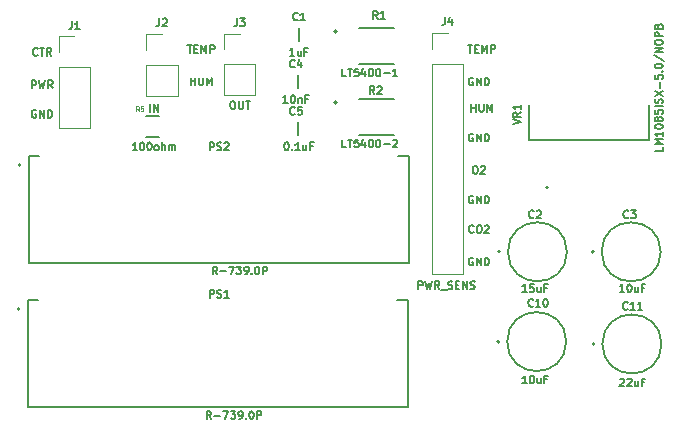
<source format=gbr>
%TF.GenerationSoftware,KiCad,Pcbnew,(6.0.5)*%
%TF.CreationDate,2023-06-19T01:06:53+02:00*%
%TF.ProjectId,PCB_Hoja,5043425f-486f-46a6-912e-6b696361645f,rev?*%
%TF.SameCoordinates,Original*%
%TF.FileFunction,Legend,Top*%
%TF.FilePolarity,Positive*%
%FSLAX46Y46*%
G04 Gerber Fmt 4.6, Leading zero omitted, Abs format (unit mm)*
G04 Created by KiCad (PCBNEW (6.0.5)) date 2023-06-19 01:06:53*
%MOMM*%
%LPD*%
G01*
G04 APERTURE LIST*
%ADD10C,0.150000*%
%ADD11C,0.098425*%
%ADD12C,0.200000*%
%ADD13C,0.127000*%
%ADD14C,0.120000*%
G04 APERTURE END LIST*
D10*
X129053571Y-78794047D02*
X128682142Y-78794047D01*
X128867857Y-78794047D02*
X128867857Y-78144047D01*
X128805952Y-78236904D01*
X128744047Y-78298809D01*
X128682142Y-78329761D01*
X129455952Y-78144047D02*
X129517857Y-78144047D01*
X129579761Y-78175000D01*
X129610714Y-78205952D01*
X129641666Y-78267857D01*
X129672619Y-78391666D01*
X129672619Y-78546428D01*
X129641666Y-78670238D01*
X129610714Y-78732142D01*
X129579761Y-78763095D01*
X129517857Y-78794047D01*
X129455952Y-78794047D01*
X129394047Y-78763095D01*
X129363095Y-78732142D01*
X129332142Y-78670238D01*
X129301190Y-78546428D01*
X129301190Y-78391666D01*
X129332142Y-78267857D01*
X129363095Y-78205952D01*
X129394047Y-78175000D01*
X129455952Y-78144047D01*
X129951190Y-78360714D02*
X129951190Y-78794047D01*
X129951190Y-78422619D02*
X129982142Y-78391666D01*
X130044047Y-78360714D01*
X130136904Y-78360714D01*
X130198809Y-78391666D01*
X130229761Y-78453571D01*
X130229761Y-78794047D01*
X130755952Y-78453571D02*
X130539285Y-78453571D01*
X130539285Y-78794047D02*
X130539285Y-78144047D01*
X130848809Y-78144047D01*
X120852380Y-77294047D02*
X120852380Y-76644047D01*
X120852380Y-76953571D02*
X121223809Y-76953571D01*
X121223809Y-77294047D02*
X121223809Y-76644047D01*
X121533333Y-76644047D02*
X121533333Y-77170238D01*
X121564285Y-77232142D01*
X121595238Y-77263095D01*
X121657142Y-77294047D01*
X121780952Y-77294047D01*
X121842857Y-77263095D01*
X121873809Y-77232142D01*
X121904761Y-77170238D01*
X121904761Y-76644047D01*
X122214285Y-77294047D02*
X122214285Y-76644047D01*
X122430952Y-77108333D01*
X122647619Y-76644047D01*
X122647619Y-77294047D01*
X157182142Y-102205952D02*
X157213095Y-102175000D01*
X157275000Y-102144047D01*
X157429761Y-102144047D01*
X157491666Y-102175000D01*
X157522619Y-102205952D01*
X157553571Y-102267857D01*
X157553571Y-102329761D01*
X157522619Y-102422619D01*
X157151190Y-102794047D01*
X157553571Y-102794047D01*
X157801190Y-102205952D02*
X157832142Y-102175000D01*
X157894047Y-102144047D01*
X158048809Y-102144047D01*
X158110714Y-102175000D01*
X158141666Y-102205952D01*
X158172619Y-102267857D01*
X158172619Y-102329761D01*
X158141666Y-102422619D01*
X157770238Y-102794047D01*
X158172619Y-102794047D01*
X158729761Y-102360714D02*
X158729761Y-102794047D01*
X158451190Y-102360714D02*
X158451190Y-102701190D01*
X158482142Y-102763095D01*
X158544047Y-102794047D01*
X158636904Y-102794047D01*
X158698809Y-102763095D01*
X158729761Y-102732142D01*
X159255952Y-102453571D02*
X159039285Y-102453571D01*
X159039285Y-102794047D02*
X159039285Y-102144047D01*
X159348809Y-102144047D01*
X116295238Y-82794047D02*
X115923809Y-82794047D01*
X116109523Y-82794047D02*
X116109523Y-82144047D01*
X116047619Y-82236904D01*
X115985714Y-82298809D01*
X115923809Y-82329761D01*
X116697619Y-82144047D02*
X116759523Y-82144047D01*
X116821428Y-82175000D01*
X116852380Y-82205952D01*
X116883333Y-82267857D01*
X116914285Y-82391666D01*
X116914285Y-82546428D01*
X116883333Y-82670238D01*
X116852380Y-82732142D01*
X116821428Y-82763095D01*
X116759523Y-82794047D01*
X116697619Y-82794047D01*
X116635714Y-82763095D01*
X116604761Y-82732142D01*
X116573809Y-82670238D01*
X116542857Y-82546428D01*
X116542857Y-82391666D01*
X116573809Y-82267857D01*
X116604761Y-82205952D01*
X116635714Y-82175000D01*
X116697619Y-82144047D01*
X117316666Y-82144047D02*
X117378571Y-82144047D01*
X117440476Y-82175000D01*
X117471428Y-82205952D01*
X117502380Y-82267857D01*
X117533333Y-82391666D01*
X117533333Y-82546428D01*
X117502380Y-82670238D01*
X117471428Y-82732142D01*
X117440476Y-82763095D01*
X117378571Y-82794047D01*
X117316666Y-82794047D01*
X117254761Y-82763095D01*
X117223809Y-82732142D01*
X117192857Y-82670238D01*
X117161904Y-82546428D01*
X117161904Y-82391666D01*
X117192857Y-82267857D01*
X117223809Y-82205952D01*
X117254761Y-82175000D01*
X117316666Y-82144047D01*
X117904761Y-82794047D02*
X117842857Y-82763095D01*
X117811904Y-82732142D01*
X117780952Y-82670238D01*
X117780952Y-82484523D01*
X117811904Y-82422619D01*
X117842857Y-82391666D01*
X117904761Y-82360714D01*
X117997619Y-82360714D01*
X118059523Y-82391666D01*
X118090476Y-82422619D01*
X118121428Y-82484523D01*
X118121428Y-82670238D01*
X118090476Y-82732142D01*
X118059523Y-82763095D01*
X117997619Y-82794047D01*
X117904761Y-82794047D01*
X118400000Y-82794047D02*
X118400000Y-82144047D01*
X118678571Y-82794047D02*
X118678571Y-82453571D01*
X118647619Y-82391666D01*
X118585714Y-82360714D01*
X118492857Y-82360714D01*
X118430952Y-82391666D01*
X118400000Y-82422619D01*
X118988095Y-82794047D02*
X118988095Y-82360714D01*
X118988095Y-82422619D02*
X119019047Y-82391666D01*
X119080952Y-82360714D01*
X119173809Y-82360714D01*
X119235714Y-82391666D01*
X119266666Y-82453571D01*
X119266666Y-82794047D01*
X119266666Y-82453571D02*
X119297619Y-82391666D01*
X119359523Y-82360714D01*
X119452380Y-82360714D01*
X119514285Y-82391666D01*
X119545238Y-82453571D01*
X119545238Y-82794047D01*
X107878571Y-74732142D02*
X107847619Y-74763095D01*
X107754761Y-74794047D01*
X107692857Y-74794047D01*
X107600000Y-74763095D01*
X107538095Y-74701190D01*
X107507142Y-74639285D01*
X107476190Y-74515476D01*
X107476190Y-74422619D01*
X107507142Y-74298809D01*
X107538095Y-74236904D01*
X107600000Y-74175000D01*
X107692857Y-74144047D01*
X107754761Y-74144047D01*
X107847619Y-74175000D01*
X107878571Y-74205952D01*
X108064285Y-74144047D02*
X108435714Y-74144047D01*
X108250000Y-74794047D02*
X108250000Y-74144047D01*
X109023809Y-74794047D02*
X108807142Y-74484523D01*
X108652380Y-74794047D02*
X108652380Y-74144047D01*
X108900000Y-74144047D01*
X108961904Y-74175000D01*
X108992857Y-74205952D01*
X109023809Y-74267857D01*
X109023809Y-74360714D01*
X108992857Y-74422619D01*
X108961904Y-74453571D01*
X108900000Y-74484523D01*
X108652380Y-74484523D01*
X144801190Y-89732142D02*
X144770238Y-89763095D01*
X144677380Y-89794047D01*
X144615476Y-89794047D01*
X144522619Y-89763095D01*
X144460714Y-89701190D01*
X144429761Y-89639285D01*
X144398809Y-89515476D01*
X144398809Y-89422619D01*
X144429761Y-89298809D01*
X144460714Y-89236904D01*
X144522619Y-89175000D01*
X144615476Y-89144047D01*
X144677380Y-89144047D01*
X144770238Y-89175000D01*
X144801190Y-89205952D01*
X145203571Y-89144047D02*
X145327380Y-89144047D01*
X145389285Y-89175000D01*
X145451190Y-89236904D01*
X145482142Y-89360714D01*
X145482142Y-89577380D01*
X145451190Y-89701190D01*
X145389285Y-89763095D01*
X145327380Y-89794047D01*
X145203571Y-89794047D01*
X145141666Y-89763095D01*
X145079761Y-89701190D01*
X145048809Y-89577380D01*
X145048809Y-89360714D01*
X145079761Y-89236904D01*
X145141666Y-89175000D01*
X145203571Y-89144047D01*
X145729761Y-89205952D02*
X145760714Y-89175000D01*
X145822619Y-89144047D01*
X145977380Y-89144047D01*
X146039285Y-89175000D01*
X146070238Y-89205952D01*
X146101190Y-89267857D01*
X146101190Y-89329761D01*
X146070238Y-89422619D01*
X145698809Y-89794047D01*
X146101190Y-89794047D01*
X140132142Y-94544047D02*
X140132142Y-93894047D01*
X140379761Y-93894047D01*
X140441666Y-93925000D01*
X140472619Y-93955952D01*
X140503571Y-94017857D01*
X140503571Y-94110714D01*
X140472619Y-94172619D01*
X140441666Y-94203571D01*
X140379761Y-94234523D01*
X140132142Y-94234523D01*
X140720238Y-93894047D02*
X140875000Y-94544047D01*
X140998809Y-94079761D01*
X141122619Y-94544047D01*
X141277380Y-93894047D01*
X141896428Y-94544047D02*
X141679761Y-94234523D01*
X141525000Y-94544047D02*
X141525000Y-93894047D01*
X141772619Y-93894047D01*
X141834523Y-93925000D01*
X141865476Y-93955952D01*
X141896428Y-94017857D01*
X141896428Y-94110714D01*
X141865476Y-94172619D01*
X141834523Y-94203571D01*
X141772619Y-94234523D01*
X141525000Y-94234523D01*
X142020238Y-94605952D02*
X142515476Y-94605952D01*
X142639285Y-94513095D02*
X142732142Y-94544047D01*
X142886904Y-94544047D01*
X142948809Y-94513095D01*
X142979761Y-94482142D01*
X143010714Y-94420238D01*
X143010714Y-94358333D01*
X142979761Y-94296428D01*
X142948809Y-94265476D01*
X142886904Y-94234523D01*
X142763095Y-94203571D01*
X142701190Y-94172619D01*
X142670238Y-94141666D01*
X142639285Y-94079761D01*
X142639285Y-94017857D01*
X142670238Y-93955952D01*
X142701190Y-93925000D01*
X142763095Y-93894047D01*
X142917857Y-93894047D01*
X143010714Y-93925000D01*
X143289285Y-94203571D02*
X143505952Y-94203571D01*
X143598809Y-94544047D02*
X143289285Y-94544047D01*
X143289285Y-93894047D01*
X143598809Y-93894047D01*
X143877380Y-94544047D02*
X143877380Y-93894047D01*
X144248809Y-94544047D01*
X144248809Y-93894047D01*
X144527380Y-94513095D02*
X144620238Y-94544047D01*
X144775000Y-94544047D01*
X144836904Y-94513095D01*
X144867857Y-94482142D01*
X144898809Y-94420238D01*
X144898809Y-94358333D01*
X144867857Y-94296428D01*
X144836904Y-94265476D01*
X144775000Y-94234523D01*
X144651190Y-94203571D01*
X144589285Y-94172619D01*
X144558333Y-94141666D01*
X144527380Y-94079761D01*
X144527380Y-94017857D01*
X144558333Y-93955952D01*
X144589285Y-93925000D01*
X144651190Y-93894047D01*
X144805952Y-93894047D01*
X144898809Y-93925000D01*
X134003571Y-82544047D02*
X133694047Y-82544047D01*
X133694047Y-81894047D01*
X134127380Y-81894047D02*
X134498809Y-81894047D01*
X134313095Y-82544047D02*
X134313095Y-81894047D01*
X135025000Y-81894047D02*
X134715476Y-81894047D01*
X134684523Y-82203571D01*
X134715476Y-82172619D01*
X134777380Y-82141666D01*
X134932142Y-82141666D01*
X134994047Y-82172619D01*
X135025000Y-82203571D01*
X135055952Y-82265476D01*
X135055952Y-82420238D01*
X135025000Y-82482142D01*
X134994047Y-82513095D01*
X134932142Y-82544047D01*
X134777380Y-82544047D01*
X134715476Y-82513095D01*
X134684523Y-82482142D01*
X135613095Y-82110714D02*
X135613095Y-82544047D01*
X135458333Y-81863095D02*
X135303571Y-82327380D01*
X135705952Y-82327380D01*
X136077380Y-81894047D02*
X136139285Y-81894047D01*
X136201190Y-81925000D01*
X136232142Y-81955952D01*
X136263095Y-82017857D01*
X136294047Y-82141666D01*
X136294047Y-82296428D01*
X136263095Y-82420238D01*
X136232142Y-82482142D01*
X136201190Y-82513095D01*
X136139285Y-82544047D01*
X136077380Y-82544047D01*
X136015476Y-82513095D01*
X135984523Y-82482142D01*
X135953571Y-82420238D01*
X135922619Y-82296428D01*
X135922619Y-82141666D01*
X135953571Y-82017857D01*
X135984523Y-81955952D01*
X136015476Y-81925000D01*
X136077380Y-81894047D01*
X136696428Y-81894047D02*
X136758333Y-81894047D01*
X136820238Y-81925000D01*
X136851190Y-81955952D01*
X136882142Y-82017857D01*
X136913095Y-82141666D01*
X136913095Y-82296428D01*
X136882142Y-82420238D01*
X136851190Y-82482142D01*
X136820238Y-82513095D01*
X136758333Y-82544047D01*
X136696428Y-82544047D01*
X136634523Y-82513095D01*
X136603571Y-82482142D01*
X136572619Y-82420238D01*
X136541666Y-82296428D01*
X136541666Y-82141666D01*
X136572619Y-82017857D01*
X136603571Y-81955952D01*
X136634523Y-81925000D01*
X136696428Y-81894047D01*
X137191666Y-82296428D02*
X137686904Y-82296428D01*
X137965476Y-81955952D02*
X137996428Y-81925000D01*
X138058333Y-81894047D01*
X138213095Y-81894047D01*
X138275000Y-81925000D01*
X138305952Y-81955952D01*
X138336904Y-82017857D01*
X138336904Y-82079761D01*
X138305952Y-82172619D01*
X137934523Y-82544047D01*
X138336904Y-82544047D01*
X129613095Y-74794047D02*
X129241666Y-74794047D01*
X129427380Y-74794047D02*
X129427380Y-74144047D01*
X129365476Y-74236904D01*
X129303571Y-74298809D01*
X129241666Y-74329761D01*
X130170238Y-74360714D02*
X130170238Y-74794047D01*
X129891666Y-74360714D02*
X129891666Y-74701190D01*
X129922619Y-74763095D01*
X129984523Y-74794047D01*
X130077380Y-74794047D01*
X130139285Y-74763095D01*
X130170238Y-74732142D01*
X130696428Y-74453571D02*
X130479761Y-74453571D01*
X130479761Y-74794047D02*
X130479761Y-74144047D01*
X130789285Y-74144047D01*
X128932142Y-82144047D02*
X128994047Y-82144047D01*
X129055952Y-82175000D01*
X129086904Y-82205952D01*
X129117857Y-82267857D01*
X129148809Y-82391666D01*
X129148809Y-82546428D01*
X129117857Y-82670238D01*
X129086904Y-82732142D01*
X129055952Y-82763095D01*
X128994047Y-82794047D01*
X128932142Y-82794047D01*
X128870238Y-82763095D01*
X128839285Y-82732142D01*
X128808333Y-82670238D01*
X128777380Y-82546428D01*
X128777380Y-82391666D01*
X128808333Y-82267857D01*
X128839285Y-82205952D01*
X128870238Y-82175000D01*
X128932142Y-82144047D01*
X129427380Y-82732142D02*
X129458333Y-82763095D01*
X129427380Y-82794047D01*
X129396428Y-82763095D01*
X129427380Y-82732142D01*
X129427380Y-82794047D01*
X130077380Y-82794047D02*
X129705952Y-82794047D01*
X129891666Y-82794047D02*
X129891666Y-82144047D01*
X129829761Y-82236904D01*
X129767857Y-82298809D01*
X129705952Y-82329761D01*
X130634523Y-82360714D02*
X130634523Y-82794047D01*
X130355952Y-82360714D02*
X130355952Y-82701190D01*
X130386904Y-82763095D01*
X130448809Y-82794047D01*
X130541666Y-82794047D01*
X130603571Y-82763095D01*
X130634523Y-82732142D01*
X131160714Y-82453571D02*
X130944047Y-82453571D01*
X130944047Y-82794047D02*
X130944047Y-82144047D01*
X131253571Y-82144047D01*
X149303571Y-102544047D02*
X148932142Y-102544047D01*
X149117857Y-102544047D02*
X149117857Y-101894047D01*
X149055952Y-101986904D01*
X148994047Y-102048809D01*
X148932142Y-102079761D01*
X149705952Y-101894047D02*
X149767857Y-101894047D01*
X149829761Y-101925000D01*
X149860714Y-101955952D01*
X149891666Y-102017857D01*
X149922619Y-102141666D01*
X149922619Y-102296428D01*
X149891666Y-102420238D01*
X149860714Y-102482142D01*
X149829761Y-102513095D01*
X149767857Y-102544047D01*
X149705952Y-102544047D01*
X149644047Y-102513095D01*
X149613095Y-102482142D01*
X149582142Y-102420238D01*
X149551190Y-102296428D01*
X149551190Y-102141666D01*
X149582142Y-102017857D01*
X149613095Y-101955952D01*
X149644047Y-101925000D01*
X149705952Y-101894047D01*
X150479761Y-102110714D02*
X150479761Y-102544047D01*
X150201190Y-102110714D02*
X150201190Y-102451190D01*
X150232142Y-102513095D01*
X150294047Y-102544047D01*
X150386904Y-102544047D01*
X150448809Y-102513095D01*
X150479761Y-102482142D01*
X151005952Y-102203571D02*
X150789285Y-102203571D01*
X150789285Y-102544047D02*
X150789285Y-101894047D01*
X151098809Y-101894047D01*
X144323809Y-73894047D02*
X144695238Y-73894047D01*
X144509523Y-74544047D02*
X144509523Y-73894047D01*
X144911904Y-74203571D02*
X145128571Y-74203571D01*
X145221428Y-74544047D02*
X144911904Y-74544047D01*
X144911904Y-73894047D01*
X145221428Y-73894047D01*
X145500000Y-74544047D02*
X145500000Y-73894047D01*
X145716666Y-74358333D01*
X145933333Y-73894047D01*
X145933333Y-74544047D01*
X146242857Y-74544047D02*
X146242857Y-73894047D01*
X146490476Y-73894047D01*
X146552380Y-73925000D01*
X146583333Y-73955952D01*
X146614285Y-74017857D01*
X146614285Y-74110714D01*
X146583333Y-74172619D01*
X146552380Y-74203571D01*
X146490476Y-74234523D01*
X146242857Y-74234523D01*
X160794047Y-82529761D02*
X160794047Y-82839285D01*
X160144047Y-82839285D01*
X160794047Y-82313095D02*
X160144047Y-82313095D01*
X160608333Y-82096428D01*
X160144047Y-81879761D01*
X160794047Y-81879761D01*
X160794047Y-81229761D02*
X160794047Y-81601190D01*
X160794047Y-81415476D02*
X160144047Y-81415476D01*
X160236904Y-81477380D01*
X160298809Y-81539285D01*
X160329761Y-81601190D01*
X160144047Y-80827380D02*
X160144047Y-80765476D01*
X160175000Y-80703571D01*
X160205952Y-80672619D01*
X160267857Y-80641666D01*
X160391666Y-80610714D01*
X160546428Y-80610714D01*
X160670238Y-80641666D01*
X160732142Y-80672619D01*
X160763095Y-80703571D01*
X160794047Y-80765476D01*
X160794047Y-80827380D01*
X160763095Y-80889285D01*
X160732142Y-80920238D01*
X160670238Y-80951190D01*
X160546428Y-80982142D01*
X160391666Y-80982142D01*
X160267857Y-80951190D01*
X160205952Y-80920238D01*
X160175000Y-80889285D01*
X160144047Y-80827380D01*
X160422619Y-80239285D02*
X160391666Y-80301190D01*
X160360714Y-80332142D01*
X160298809Y-80363095D01*
X160267857Y-80363095D01*
X160205952Y-80332142D01*
X160175000Y-80301190D01*
X160144047Y-80239285D01*
X160144047Y-80115476D01*
X160175000Y-80053571D01*
X160205952Y-80022619D01*
X160267857Y-79991666D01*
X160298809Y-79991666D01*
X160360714Y-80022619D01*
X160391666Y-80053571D01*
X160422619Y-80115476D01*
X160422619Y-80239285D01*
X160453571Y-80301190D01*
X160484523Y-80332142D01*
X160546428Y-80363095D01*
X160670238Y-80363095D01*
X160732142Y-80332142D01*
X160763095Y-80301190D01*
X160794047Y-80239285D01*
X160794047Y-80115476D01*
X160763095Y-80053571D01*
X160732142Y-80022619D01*
X160670238Y-79991666D01*
X160546428Y-79991666D01*
X160484523Y-80022619D01*
X160453571Y-80053571D01*
X160422619Y-80115476D01*
X160144047Y-79403571D02*
X160144047Y-79713095D01*
X160453571Y-79744047D01*
X160422619Y-79713095D01*
X160391666Y-79651190D01*
X160391666Y-79496428D01*
X160422619Y-79434523D01*
X160453571Y-79403571D01*
X160515476Y-79372619D01*
X160670238Y-79372619D01*
X160732142Y-79403571D01*
X160763095Y-79434523D01*
X160794047Y-79496428D01*
X160794047Y-79651190D01*
X160763095Y-79713095D01*
X160732142Y-79744047D01*
X160794047Y-79094047D02*
X160144047Y-79094047D01*
X160763095Y-78815476D02*
X160794047Y-78722619D01*
X160794047Y-78567857D01*
X160763095Y-78505952D01*
X160732142Y-78475000D01*
X160670238Y-78444047D01*
X160608333Y-78444047D01*
X160546428Y-78475000D01*
X160515476Y-78505952D01*
X160484523Y-78567857D01*
X160453571Y-78691666D01*
X160422619Y-78753571D01*
X160391666Y-78784523D01*
X160329761Y-78815476D01*
X160267857Y-78815476D01*
X160205952Y-78784523D01*
X160175000Y-78753571D01*
X160144047Y-78691666D01*
X160144047Y-78536904D01*
X160175000Y-78444047D01*
X160144047Y-78227380D02*
X160794047Y-77794047D01*
X160144047Y-77794047D02*
X160794047Y-78227380D01*
X160546428Y-77546428D02*
X160546428Y-77051190D01*
X160144047Y-76432142D02*
X160144047Y-76741666D01*
X160453571Y-76772619D01*
X160422619Y-76741666D01*
X160391666Y-76679761D01*
X160391666Y-76525000D01*
X160422619Y-76463095D01*
X160453571Y-76432142D01*
X160515476Y-76401190D01*
X160670238Y-76401190D01*
X160732142Y-76432142D01*
X160763095Y-76463095D01*
X160794047Y-76525000D01*
X160794047Y-76679761D01*
X160763095Y-76741666D01*
X160732142Y-76772619D01*
X160732142Y-76122619D02*
X160763095Y-76091666D01*
X160794047Y-76122619D01*
X160763095Y-76153571D01*
X160732142Y-76122619D01*
X160794047Y-76122619D01*
X160144047Y-75689285D02*
X160144047Y-75627380D01*
X160175000Y-75565476D01*
X160205952Y-75534523D01*
X160267857Y-75503571D01*
X160391666Y-75472619D01*
X160546428Y-75472619D01*
X160670238Y-75503571D01*
X160732142Y-75534523D01*
X160763095Y-75565476D01*
X160794047Y-75627380D01*
X160794047Y-75689285D01*
X160763095Y-75751190D01*
X160732142Y-75782142D01*
X160670238Y-75813095D01*
X160546428Y-75844047D01*
X160391666Y-75844047D01*
X160267857Y-75813095D01*
X160205952Y-75782142D01*
X160175000Y-75751190D01*
X160144047Y-75689285D01*
X160113095Y-74729761D02*
X160948809Y-75286904D01*
X160794047Y-74513095D02*
X160144047Y-74513095D01*
X160794047Y-74141666D01*
X160144047Y-74141666D01*
X160144047Y-73708333D02*
X160144047Y-73584523D01*
X160175000Y-73522619D01*
X160236904Y-73460714D01*
X160360714Y-73429761D01*
X160577380Y-73429761D01*
X160701190Y-73460714D01*
X160763095Y-73522619D01*
X160794047Y-73584523D01*
X160794047Y-73708333D01*
X160763095Y-73770238D01*
X160701190Y-73832142D01*
X160577380Y-73863095D01*
X160360714Y-73863095D01*
X160236904Y-73832142D01*
X160175000Y-73770238D01*
X160144047Y-73708333D01*
X160794047Y-73151190D02*
X160144047Y-73151190D01*
X160144047Y-72903571D01*
X160175000Y-72841666D01*
X160205952Y-72810714D01*
X160267857Y-72779761D01*
X160360714Y-72779761D01*
X160422619Y-72810714D01*
X160453571Y-72841666D01*
X160484523Y-72903571D01*
X160484523Y-73151190D01*
X160453571Y-72284523D02*
X160484523Y-72191666D01*
X160515476Y-72160714D01*
X160577380Y-72129761D01*
X160670238Y-72129761D01*
X160732142Y-72160714D01*
X160763095Y-72191666D01*
X160794047Y-72253571D01*
X160794047Y-72501190D01*
X160144047Y-72501190D01*
X160144047Y-72284523D01*
X160175000Y-72222619D01*
X160205952Y-72191666D01*
X160267857Y-72160714D01*
X160329761Y-72160714D01*
X160391666Y-72191666D01*
X160422619Y-72222619D01*
X160453571Y-72284523D01*
X160453571Y-72501190D01*
X124350000Y-78644047D02*
X124473809Y-78644047D01*
X124535714Y-78675000D01*
X124597619Y-78736904D01*
X124628571Y-78860714D01*
X124628571Y-79077380D01*
X124597619Y-79201190D01*
X124535714Y-79263095D01*
X124473809Y-79294047D01*
X124350000Y-79294047D01*
X124288095Y-79263095D01*
X124226190Y-79201190D01*
X124195238Y-79077380D01*
X124195238Y-78860714D01*
X124226190Y-78736904D01*
X124288095Y-78675000D01*
X124350000Y-78644047D01*
X124907142Y-78644047D02*
X124907142Y-79170238D01*
X124938095Y-79232142D01*
X124969047Y-79263095D01*
X125030952Y-79294047D01*
X125154761Y-79294047D01*
X125216666Y-79263095D01*
X125247619Y-79232142D01*
X125278571Y-79170238D01*
X125278571Y-78644047D01*
X125495238Y-78644047D02*
X125866666Y-78644047D01*
X125680952Y-79294047D02*
X125680952Y-78644047D01*
X144602380Y-79544047D02*
X144602380Y-78894047D01*
X144602380Y-79203571D02*
X144973809Y-79203571D01*
X144973809Y-79544047D02*
X144973809Y-78894047D01*
X145283333Y-78894047D02*
X145283333Y-79420238D01*
X145314285Y-79482142D01*
X145345238Y-79513095D01*
X145407142Y-79544047D01*
X145530952Y-79544047D01*
X145592857Y-79513095D01*
X145623809Y-79482142D01*
X145654761Y-79420238D01*
X145654761Y-78894047D01*
X145964285Y-79544047D02*
X145964285Y-78894047D01*
X146180952Y-79358333D01*
X146397619Y-78894047D01*
X146397619Y-79544047D01*
X123080952Y-93294047D02*
X122864285Y-92984523D01*
X122709523Y-93294047D02*
X122709523Y-92644047D01*
X122957142Y-92644047D01*
X123019047Y-92675000D01*
X123050000Y-92705952D01*
X123080952Y-92767857D01*
X123080952Y-92860714D01*
X123050000Y-92922619D01*
X123019047Y-92953571D01*
X122957142Y-92984523D01*
X122709523Y-92984523D01*
X123359523Y-93046428D02*
X123854761Y-93046428D01*
X124102380Y-92644047D02*
X124535714Y-92644047D01*
X124257142Y-93294047D01*
X124721428Y-92644047D02*
X125123809Y-92644047D01*
X124907142Y-92891666D01*
X125000000Y-92891666D01*
X125061904Y-92922619D01*
X125092857Y-92953571D01*
X125123809Y-93015476D01*
X125123809Y-93170238D01*
X125092857Y-93232142D01*
X125061904Y-93263095D01*
X125000000Y-93294047D01*
X124814285Y-93294047D01*
X124752380Y-93263095D01*
X124721428Y-93232142D01*
X125433333Y-93294047D02*
X125557142Y-93294047D01*
X125619047Y-93263095D01*
X125650000Y-93232142D01*
X125711904Y-93139285D01*
X125742857Y-93015476D01*
X125742857Y-92767857D01*
X125711904Y-92705952D01*
X125680952Y-92675000D01*
X125619047Y-92644047D01*
X125495238Y-92644047D01*
X125433333Y-92675000D01*
X125402380Y-92705952D01*
X125371428Y-92767857D01*
X125371428Y-92922619D01*
X125402380Y-92984523D01*
X125433333Y-93015476D01*
X125495238Y-93046428D01*
X125619047Y-93046428D01*
X125680952Y-93015476D01*
X125711904Y-92984523D01*
X125742857Y-92922619D01*
X126021428Y-93232142D02*
X126052380Y-93263095D01*
X126021428Y-93294047D01*
X125990476Y-93263095D01*
X126021428Y-93232142D01*
X126021428Y-93294047D01*
X126454761Y-92644047D02*
X126516666Y-92644047D01*
X126578571Y-92675000D01*
X126609523Y-92705952D01*
X126640476Y-92767857D01*
X126671428Y-92891666D01*
X126671428Y-93046428D01*
X126640476Y-93170238D01*
X126609523Y-93232142D01*
X126578571Y-93263095D01*
X126516666Y-93294047D01*
X126454761Y-93294047D01*
X126392857Y-93263095D01*
X126361904Y-93232142D01*
X126330952Y-93170238D01*
X126300000Y-93046428D01*
X126300000Y-92891666D01*
X126330952Y-92767857D01*
X126361904Y-92705952D01*
X126392857Y-92675000D01*
X126454761Y-92644047D01*
X126950000Y-93294047D02*
X126950000Y-92644047D01*
X127197619Y-92644047D01*
X127259523Y-92675000D01*
X127290476Y-92705952D01*
X127321428Y-92767857D01*
X127321428Y-92860714D01*
X127290476Y-92922619D01*
X127259523Y-92953571D01*
X127197619Y-92984523D01*
X126950000Y-92984523D01*
X144754761Y-86675000D02*
X144692857Y-86644047D01*
X144600000Y-86644047D01*
X144507142Y-86675000D01*
X144445238Y-86736904D01*
X144414285Y-86798809D01*
X144383333Y-86922619D01*
X144383333Y-87015476D01*
X144414285Y-87139285D01*
X144445238Y-87201190D01*
X144507142Y-87263095D01*
X144600000Y-87294047D01*
X144661904Y-87294047D01*
X144754761Y-87263095D01*
X144785714Y-87232142D01*
X144785714Y-87015476D01*
X144661904Y-87015476D01*
X145064285Y-87294047D02*
X145064285Y-86644047D01*
X145435714Y-87294047D01*
X145435714Y-86644047D01*
X145745238Y-87294047D02*
X145745238Y-86644047D01*
X145900000Y-86644047D01*
X145992857Y-86675000D01*
X146054761Y-86736904D01*
X146085714Y-86798809D01*
X146116666Y-86922619D01*
X146116666Y-87015476D01*
X146085714Y-87139285D01*
X146054761Y-87201190D01*
X145992857Y-87263095D01*
X145900000Y-87294047D01*
X145745238Y-87294047D01*
X144754761Y-91925000D02*
X144692857Y-91894047D01*
X144600000Y-91894047D01*
X144507142Y-91925000D01*
X144445238Y-91986904D01*
X144414285Y-92048809D01*
X144383333Y-92172619D01*
X144383333Y-92265476D01*
X144414285Y-92389285D01*
X144445238Y-92451190D01*
X144507142Y-92513095D01*
X144600000Y-92544047D01*
X144661904Y-92544047D01*
X144754761Y-92513095D01*
X144785714Y-92482142D01*
X144785714Y-92265476D01*
X144661904Y-92265476D01*
X145064285Y-92544047D02*
X145064285Y-91894047D01*
X145435714Y-92544047D01*
X145435714Y-91894047D01*
X145745238Y-92544047D02*
X145745238Y-91894047D01*
X145900000Y-91894047D01*
X145992857Y-91925000D01*
X146054761Y-91986904D01*
X146085714Y-92048809D01*
X146116666Y-92172619D01*
X146116666Y-92265476D01*
X146085714Y-92389285D01*
X146054761Y-92451190D01*
X145992857Y-92513095D01*
X145900000Y-92544047D01*
X145745238Y-92544047D01*
X157553571Y-94794047D02*
X157182142Y-94794047D01*
X157367857Y-94794047D02*
X157367857Y-94144047D01*
X157305952Y-94236904D01*
X157244047Y-94298809D01*
X157182142Y-94329761D01*
X157955952Y-94144047D02*
X158017857Y-94144047D01*
X158079761Y-94175000D01*
X158110714Y-94205952D01*
X158141666Y-94267857D01*
X158172619Y-94391666D01*
X158172619Y-94546428D01*
X158141666Y-94670238D01*
X158110714Y-94732142D01*
X158079761Y-94763095D01*
X158017857Y-94794047D01*
X157955952Y-94794047D01*
X157894047Y-94763095D01*
X157863095Y-94732142D01*
X157832142Y-94670238D01*
X157801190Y-94546428D01*
X157801190Y-94391666D01*
X157832142Y-94267857D01*
X157863095Y-94205952D01*
X157894047Y-94175000D01*
X157955952Y-94144047D01*
X158729761Y-94360714D02*
X158729761Y-94794047D01*
X158451190Y-94360714D02*
X158451190Y-94701190D01*
X158482142Y-94763095D01*
X158544047Y-94794047D01*
X158636904Y-94794047D01*
X158698809Y-94763095D01*
X158729761Y-94732142D01*
X159255952Y-94453571D02*
X159039285Y-94453571D01*
X159039285Y-94794047D02*
X159039285Y-94144047D01*
X159348809Y-94144047D01*
X149303571Y-94794047D02*
X148932142Y-94794047D01*
X149117857Y-94794047D02*
X149117857Y-94144047D01*
X149055952Y-94236904D01*
X148994047Y-94298809D01*
X148932142Y-94329761D01*
X149891666Y-94144047D02*
X149582142Y-94144047D01*
X149551190Y-94453571D01*
X149582142Y-94422619D01*
X149644047Y-94391666D01*
X149798809Y-94391666D01*
X149860714Y-94422619D01*
X149891666Y-94453571D01*
X149922619Y-94515476D01*
X149922619Y-94670238D01*
X149891666Y-94732142D01*
X149860714Y-94763095D01*
X149798809Y-94794047D01*
X149644047Y-94794047D01*
X149582142Y-94763095D01*
X149551190Y-94732142D01*
X150479761Y-94360714D02*
X150479761Y-94794047D01*
X150201190Y-94360714D02*
X150201190Y-94701190D01*
X150232142Y-94763095D01*
X150294047Y-94794047D01*
X150386904Y-94794047D01*
X150448809Y-94763095D01*
X150479761Y-94732142D01*
X151005952Y-94453571D02*
X150789285Y-94453571D01*
X150789285Y-94794047D02*
X150789285Y-94144047D01*
X151098809Y-94144047D01*
X107383333Y-77544047D02*
X107383333Y-76894047D01*
X107630952Y-76894047D01*
X107692857Y-76925000D01*
X107723809Y-76955952D01*
X107754761Y-77017857D01*
X107754761Y-77110714D01*
X107723809Y-77172619D01*
X107692857Y-77203571D01*
X107630952Y-77234523D01*
X107383333Y-77234523D01*
X107971428Y-76894047D02*
X108126190Y-77544047D01*
X108250000Y-77079761D01*
X108373809Y-77544047D01*
X108528571Y-76894047D01*
X109147619Y-77544047D02*
X108930952Y-77234523D01*
X108776190Y-77544047D02*
X108776190Y-76894047D01*
X109023809Y-76894047D01*
X109085714Y-76925000D01*
X109116666Y-76955952D01*
X109147619Y-77017857D01*
X109147619Y-77110714D01*
X109116666Y-77172619D01*
X109085714Y-77203571D01*
X109023809Y-77234523D01*
X108776190Y-77234523D01*
X122580952Y-105544047D02*
X122364285Y-105234523D01*
X122209523Y-105544047D02*
X122209523Y-104894047D01*
X122457142Y-104894047D01*
X122519047Y-104925000D01*
X122550000Y-104955952D01*
X122580952Y-105017857D01*
X122580952Y-105110714D01*
X122550000Y-105172619D01*
X122519047Y-105203571D01*
X122457142Y-105234523D01*
X122209523Y-105234523D01*
X122859523Y-105296428D02*
X123354761Y-105296428D01*
X123602380Y-104894047D02*
X124035714Y-104894047D01*
X123757142Y-105544047D01*
X124221428Y-104894047D02*
X124623809Y-104894047D01*
X124407142Y-105141666D01*
X124500000Y-105141666D01*
X124561904Y-105172619D01*
X124592857Y-105203571D01*
X124623809Y-105265476D01*
X124623809Y-105420238D01*
X124592857Y-105482142D01*
X124561904Y-105513095D01*
X124500000Y-105544047D01*
X124314285Y-105544047D01*
X124252380Y-105513095D01*
X124221428Y-105482142D01*
X124933333Y-105544047D02*
X125057142Y-105544047D01*
X125119047Y-105513095D01*
X125150000Y-105482142D01*
X125211904Y-105389285D01*
X125242857Y-105265476D01*
X125242857Y-105017857D01*
X125211904Y-104955952D01*
X125180952Y-104925000D01*
X125119047Y-104894047D01*
X124995238Y-104894047D01*
X124933333Y-104925000D01*
X124902380Y-104955952D01*
X124871428Y-105017857D01*
X124871428Y-105172619D01*
X124902380Y-105234523D01*
X124933333Y-105265476D01*
X124995238Y-105296428D01*
X125119047Y-105296428D01*
X125180952Y-105265476D01*
X125211904Y-105234523D01*
X125242857Y-105172619D01*
X125521428Y-105482142D02*
X125552380Y-105513095D01*
X125521428Y-105544047D01*
X125490476Y-105513095D01*
X125521428Y-105482142D01*
X125521428Y-105544047D01*
X125954761Y-104894047D02*
X126016666Y-104894047D01*
X126078571Y-104925000D01*
X126109523Y-104955952D01*
X126140476Y-105017857D01*
X126171428Y-105141666D01*
X126171428Y-105296428D01*
X126140476Y-105420238D01*
X126109523Y-105482142D01*
X126078571Y-105513095D01*
X126016666Y-105544047D01*
X125954761Y-105544047D01*
X125892857Y-105513095D01*
X125861904Y-105482142D01*
X125830952Y-105420238D01*
X125800000Y-105296428D01*
X125800000Y-105141666D01*
X125830952Y-105017857D01*
X125861904Y-104955952D01*
X125892857Y-104925000D01*
X125954761Y-104894047D01*
X126450000Y-105544047D02*
X126450000Y-104894047D01*
X126697619Y-104894047D01*
X126759523Y-104925000D01*
X126790476Y-104955952D01*
X126821428Y-105017857D01*
X126821428Y-105110714D01*
X126790476Y-105172619D01*
X126759523Y-105203571D01*
X126697619Y-105234523D01*
X126450000Y-105234523D01*
X120573809Y-73894047D02*
X120945238Y-73894047D01*
X120759523Y-74544047D02*
X120759523Y-73894047D01*
X121161904Y-74203571D02*
X121378571Y-74203571D01*
X121471428Y-74544047D02*
X121161904Y-74544047D01*
X121161904Y-73894047D01*
X121471428Y-73894047D01*
X121750000Y-74544047D02*
X121750000Y-73894047D01*
X121966666Y-74358333D01*
X122183333Y-73894047D01*
X122183333Y-74544047D01*
X122492857Y-74544047D02*
X122492857Y-73894047D01*
X122740476Y-73894047D01*
X122802380Y-73925000D01*
X122833333Y-73955952D01*
X122864285Y-74017857D01*
X122864285Y-74110714D01*
X122833333Y-74172619D01*
X122802380Y-74203571D01*
X122740476Y-74234523D01*
X122492857Y-74234523D01*
X144878571Y-84144047D02*
X145002380Y-84144047D01*
X145064285Y-84175000D01*
X145126190Y-84236904D01*
X145157142Y-84360714D01*
X145157142Y-84577380D01*
X145126190Y-84701190D01*
X145064285Y-84763095D01*
X145002380Y-84794047D01*
X144878571Y-84794047D01*
X144816666Y-84763095D01*
X144754761Y-84701190D01*
X144723809Y-84577380D01*
X144723809Y-84360714D01*
X144754761Y-84236904D01*
X144816666Y-84175000D01*
X144878571Y-84144047D01*
X145404761Y-84205952D02*
X145435714Y-84175000D01*
X145497619Y-84144047D01*
X145652380Y-84144047D01*
X145714285Y-84175000D01*
X145745238Y-84205952D01*
X145776190Y-84267857D01*
X145776190Y-84329761D01*
X145745238Y-84422619D01*
X145373809Y-84794047D01*
X145776190Y-84794047D01*
X117409523Y-79544047D02*
X117409523Y-78894047D01*
X117719047Y-79544047D02*
X117719047Y-78894047D01*
X118090476Y-79544047D01*
X118090476Y-78894047D01*
X144754761Y-76675000D02*
X144692857Y-76644047D01*
X144600000Y-76644047D01*
X144507142Y-76675000D01*
X144445238Y-76736904D01*
X144414285Y-76798809D01*
X144383333Y-76922619D01*
X144383333Y-77015476D01*
X144414285Y-77139285D01*
X144445238Y-77201190D01*
X144507142Y-77263095D01*
X144600000Y-77294047D01*
X144661904Y-77294047D01*
X144754761Y-77263095D01*
X144785714Y-77232142D01*
X144785714Y-77015476D01*
X144661904Y-77015476D01*
X145064285Y-77294047D02*
X145064285Y-76644047D01*
X145435714Y-77294047D01*
X145435714Y-76644047D01*
X145745238Y-77294047D02*
X145745238Y-76644047D01*
X145900000Y-76644047D01*
X145992857Y-76675000D01*
X146054761Y-76736904D01*
X146085714Y-76798809D01*
X146116666Y-76922619D01*
X146116666Y-77015476D01*
X146085714Y-77139285D01*
X146054761Y-77201190D01*
X145992857Y-77263095D01*
X145900000Y-77294047D01*
X145745238Y-77294047D01*
X134003571Y-76544047D02*
X133694047Y-76544047D01*
X133694047Y-75894047D01*
X134127380Y-75894047D02*
X134498809Y-75894047D01*
X134313095Y-76544047D02*
X134313095Y-75894047D01*
X135025000Y-75894047D02*
X134715476Y-75894047D01*
X134684523Y-76203571D01*
X134715476Y-76172619D01*
X134777380Y-76141666D01*
X134932142Y-76141666D01*
X134994047Y-76172619D01*
X135025000Y-76203571D01*
X135055952Y-76265476D01*
X135055952Y-76420238D01*
X135025000Y-76482142D01*
X134994047Y-76513095D01*
X134932142Y-76544047D01*
X134777380Y-76544047D01*
X134715476Y-76513095D01*
X134684523Y-76482142D01*
X135613095Y-76110714D02*
X135613095Y-76544047D01*
X135458333Y-75863095D02*
X135303571Y-76327380D01*
X135705952Y-76327380D01*
X136077380Y-75894047D02*
X136139285Y-75894047D01*
X136201190Y-75925000D01*
X136232142Y-75955952D01*
X136263095Y-76017857D01*
X136294047Y-76141666D01*
X136294047Y-76296428D01*
X136263095Y-76420238D01*
X136232142Y-76482142D01*
X136201190Y-76513095D01*
X136139285Y-76544047D01*
X136077380Y-76544047D01*
X136015476Y-76513095D01*
X135984523Y-76482142D01*
X135953571Y-76420238D01*
X135922619Y-76296428D01*
X135922619Y-76141666D01*
X135953571Y-76017857D01*
X135984523Y-75955952D01*
X136015476Y-75925000D01*
X136077380Y-75894047D01*
X136696428Y-75894047D02*
X136758333Y-75894047D01*
X136820238Y-75925000D01*
X136851190Y-75955952D01*
X136882142Y-76017857D01*
X136913095Y-76141666D01*
X136913095Y-76296428D01*
X136882142Y-76420238D01*
X136851190Y-76482142D01*
X136820238Y-76513095D01*
X136758333Y-76544047D01*
X136696428Y-76544047D01*
X136634523Y-76513095D01*
X136603571Y-76482142D01*
X136572619Y-76420238D01*
X136541666Y-76296428D01*
X136541666Y-76141666D01*
X136572619Y-76017857D01*
X136603571Y-75955952D01*
X136634523Y-75925000D01*
X136696428Y-75894047D01*
X137191666Y-76296428D02*
X137686904Y-76296428D01*
X138336904Y-76544047D02*
X137965476Y-76544047D01*
X138151190Y-76544047D02*
X138151190Y-75894047D01*
X138089285Y-75986904D01*
X138027380Y-76048809D01*
X137965476Y-76079761D01*
X107754761Y-79425000D02*
X107692857Y-79394047D01*
X107600000Y-79394047D01*
X107507142Y-79425000D01*
X107445238Y-79486904D01*
X107414285Y-79548809D01*
X107383333Y-79672619D01*
X107383333Y-79765476D01*
X107414285Y-79889285D01*
X107445238Y-79951190D01*
X107507142Y-80013095D01*
X107600000Y-80044047D01*
X107661904Y-80044047D01*
X107754761Y-80013095D01*
X107785714Y-79982142D01*
X107785714Y-79765476D01*
X107661904Y-79765476D01*
X108064285Y-80044047D02*
X108064285Y-79394047D01*
X108435714Y-80044047D01*
X108435714Y-79394047D01*
X108745238Y-80044047D02*
X108745238Y-79394047D01*
X108900000Y-79394047D01*
X108992857Y-79425000D01*
X109054761Y-79486904D01*
X109085714Y-79548809D01*
X109116666Y-79672619D01*
X109116666Y-79765476D01*
X109085714Y-79889285D01*
X109054761Y-79951190D01*
X108992857Y-80013095D01*
X108900000Y-80044047D01*
X108745238Y-80044047D01*
X144754761Y-81425000D02*
X144692857Y-81394047D01*
X144600000Y-81394047D01*
X144507142Y-81425000D01*
X144445238Y-81486904D01*
X144414285Y-81548809D01*
X144383333Y-81672619D01*
X144383333Y-81765476D01*
X144414285Y-81889285D01*
X144445238Y-81951190D01*
X144507142Y-82013095D01*
X144600000Y-82044047D01*
X144661904Y-82044047D01*
X144754761Y-82013095D01*
X144785714Y-81982142D01*
X144785714Y-81765476D01*
X144661904Y-81765476D01*
X145064285Y-82044047D02*
X145064285Y-81394047D01*
X145435714Y-82044047D01*
X145435714Y-81394047D01*
X145745238Y-82044047D02*
X145745238Y-81394047D01*
X145900000Y-81394047D01*
X145992857Y-81425000D01*
X146054761Y-81486904D01*
X146085714Y-81548809D01*
X146116666Y-81672619D01*
X146116666Y-81765476D01*
X146085714Y-81889285D01*
X146054761Y-81951190D01*
X145992857Y-82013095D01*
X145900000Y-82044047D01*
X145745238Y-82044047D01*
%TO.C,C1*%
X129891666Y-71732142D02*
X129860714Y-71763095D01*
X129767857Y-71794047D01*
X129705952Y-71794047D01*
X129613095Y-71763095D01*
X129551190Y-71701190D01*
X129520238Y-71639285D01*
X129489285Y-71515476D01*
X129489285Y-71422619D01*
X129520238Y-71298809D01*
X129551190Y-71236904D01*
X129613095Y-71175000D01*
X129705952Y-71144047D01*
X129767857Y-71144047D01*
X129860714Y-71175000D01*
X129891666Y-71205952D01*
X130510714Y-71794047D02*
X130139285Y-71794047D01*
X130325000Y-71794047D02*
X130325000Y-71144047D01*
X130263095Y-71236904D01*
X130201190Y-71298809D01*
X130139285Y-71329761D01*
%TO.C,C10*%
X149832142Y-95982142D02*
X149801190Y-96013095D01*
X149708333Y-96044047D01*
X149646428Y-96044047D01*
X149553571Y-96013095D01*
X149491666Y-95951190D01*
X149460714Y-95889285D01*
X149429761Y-95765476D01*
X149429761Y-95672619D01*
X149460714Y-95548809D01*
X149491666Y-95486904D01*
X149553571Y-95425000D01*
X149646428Y-95394047D01*
X149708333Y-95394047D01*
X149801190Y-95425000D01*
X149832142Y-95455952D01*
X150451190Y-96044047D02*
X150079761Y-96044047D01*
X150265476Y-96044047D02*
X150265476Y-95394047D01*
X150203571Y-95486904D01*
X150141666Y-95548809D01*
X150079761Y-95579761D01*
X150853571Y-95394047D02*
X150915476Y-95394047D01*
X150977380Y-95425000D01*
X151008333Y-95455952D01*
X151039285Y-95517857D01*
X151070238Y-95641666D01*
X151070238Y-95796428D01*
X151039285Y-95920238D01*
X151008333Y-95982142D01*
X150977380Y-96013095D01*
X150915476Y-96044047D01*
X150853571Y-96044047D01*
X150791666Y-96013095D01*
X150760714Y-95982142D01*
X150729761Y-95920238D01*
X150698809Y-95796428D01*
X150698809Y-95641666D01*
X150729761Y-95517857D01*
X150760714Y-95455952D01*
X150791666Y-95425000D01*
X150853571Y-95394047D01*
%TO.C,C11*%
X157832142Y-96232142D02*
X157801190Y-96263095D01*
X157708333Y-96294047D01*
X157646428Y-96294047D01*
X157553571Y-96263095D01*
X157491666Y-96201190D01*
X157460714Y-96139285D01*
X157429761Y-96015476D01*
X157429761Y-95922619D01*
X157460714Y-95798809D01*
X157491666Y-95736904D01*
X157553571Y-95675000D01*
X157646428Y-95644047D01*
X157708333Y-95644047D01*
X157801190Y-95675000D01*
X157832142Y-95705952D01*
X158451190Y-96294047D02*
X158079761Y-96294047D01*
X158265476Y-96294047D02*
X158265476Y-95644047D01*
X158203571Y-95736904D01*
X158141666Y-95798809D01*
X158079761Y-95829761D01*
X159070238Y-96294047D02*
X158698809Y-96294047D01*
X158884523Y-96294047D02*
X158884523Y-95644047D01*
X158822619Y-95736904D01*
X158760714Y-95798809D01*
X158698809Y-95829761D01*
%TO.C,C3*%
X157891666Y-88482142D02*
X157860714Y-88513095D01*
X157767857Y-88544047D01*
X157705952Y-88544047D01*
X157613095Y-88513095D01*
X157551190Y-88451190D01*
X157520238Y-88389285D01*
X157489285Y-88265476D01*
X157489285Y-88172619D01*
X157520238Y-88048809D01*
X157551190Y-87986904D01*
X157613095Y-87925000D01*
X157705952Y-87894047D01*
X157767857Y-87894047D01*
X157860714Y-87925000D01*
X157891666Y-87955952D01*
X158108333Y-87894047D02*
X158510714Y-87894047D01*
X158294047Y-88141666D01*
X158386904Y-88141666D01*
X158448809Y-88172619D01*
X158479761Y-88203571D01*
X158510714Y-88265476D01*
X158510714Y-88420238D01*
X158479761Y-88482142D01*
X158448809Y-88513095D01*
X158386904Y-88544047D01*
X158201190Y-88544047D01*
X158139285Y-88513095D01*
X158108333Y-88482142D01*
%TO.C,J3*%
X124783333Y-71644047D02*
X124783333Y-72108333D01*
X124752380Y-72201190D01*
X124690476Y-72263095D01*
X124597619Y-72294047D01*
X124535714Y-72294047D01*
X125030952Y-71644047D02*
X125433333Y-71644047D01*
X125216666Y-71891666D01*
X125309523Y-71891666D01*
X125371428Y-71922619D01*
X125402380Y-71953571D01*
X125433333Y-72015476D01*
X125433333Y-72170238D01*
X125402380Y-72232142D01*
X125371428Y-72263095D01*
X125309523Y-72294047D01*
X125123809Y-72294047D01*
X125061904Y-72263095D01*
X125030952Y-72232142D01*
%TO.C,J1*%
X110783333Y-71894047D02*
X110783333Y-72358333D01*
X110752380Y-72451190D01*
X110690476Y-72513095D01*
X110597619Y-72544047D01*
X110535714Y-72544047D01*
X111433333Y-72544047D02*
X111061904Y-72544047D01*
X111247619Y-72544047D02*
X111247619Y-71894047D01*
X111185714Y-71986904D01*
X111123809Y-72048809D01*
X111061904Y-72079761D01*
%TO.C,R1*%
X136666666Y-71659047D02*
X136450000Y-71349523D01*
X136295238Y-71659047D02*
X136295238Y-71009047D01*
X136542857Y-71009047D01*
X136604761Y-71040000D01*
X136635714Y-71070952D01*
X136666666Y-71132857D01*
X136666666Y-71225714D01*
X136635714Y-71287619D01*
X136604761Y-71318571D01*
X136542857Y-71349523D01*
X136295238Y-71349523D01*
X137285714Y-71659047D02*
X136914285Y-71659047D01*
X137100000Y-71659047D02*
X137100000Y-71009047D01*
X137038095Y-71101904D01*
X136976190Y-71163809D01*
X136914285Y-71194761D01*
%TO.C,J2*%
X118183333Y-71644047D02*
X118183333Y-72108333D01*
X118152380Y-72201190D01*
X118090476Y-72263095D01*
X117997619Y-72294047D01*
X117935714Y-72294047D01*
X118461904Y-71705952D02*
X118492857Y-71675000D01*
X118554761Y-71644047D01*
X118709523Y-71644047D01*
X118771428Y-71675000D01*
X118802380Y-71705952D01*
X118833333Y-71767857D01*
X118833333Y-71829761D01*
X118802380Y-71922619D01*
X118430952Y-72294047D01*
X118833333Y-72294047D01*
%TO.C,C4*%
X129641666Y-75732142D02*
X129610714Y-75763095D01*
X129517857Y-75794047D01*
X129455952Y-75794047D01*
X129363095Y-75763095D01*
X129301190Y-75701190D01*
X129270238Y-75639285D01*
X129239285Y-75515476D01*
X129239285Y-75422619D01*
X129270238Y-75298809D01*
X129301190Y-75236904D01*
X129363095Y-75175000D01*
X129455952Y-75144047D01*
X129517857Y-75144047D01*
X129610714Y-75175000D01*
X129641666Y-75205952D01*
X130198809Y-75360714D02*
X130198809Y-75794047D01*
X130044047Y-75113095D02*
X129889285Y-75577380D01*
X130291666Y-75577380D01*
D11*
%TO.C,R5*%
X116474383Y-79478102D02*
X116343149Y-79290626D01*
X116249411Y-79478102D02*
X116249411Y-79084401D01*
X116399392Y-79084401D01*
X116436887Y-79103149D01*
X116455635Y-79121897D01*
X116474383Y-79159392D01*
X116474383Y-79215635D01*
X116455635Y-79253130D01*
X116436887Y-79271878D01*
X116399392Y-79290626D01*
X116249411Y-79290626D01*
X116830588Y-79084401D02*
X116643112Y-79084401D01*
X116624364Y-79271878D01*
X116643112Y-79253130D01*
X116680607Y-79234383D01*
X116774345Y-79234383D01*
X116811841Y-79253130D01*
X116830588Y-79271878D01*
X116849336Y-79309373D01*
X116849336Y-79403112D01*
X116830588Y-79440607D01*
X116811841Y-79459355D01*
X116774345Y-79478102D01*
X116680607Y-79478102D01*
X116643112Y-79459355D01*
X116624364Y-79440607D01*
D10*
%TO.C,J4*%
X142383333Y-71514047D02*
X142383333Y-71978333D01*
X142352380Y-72071190D01*
X142290476Y-72133095D01*
X142197619Y-72164047D01*
X142135714Y-72164047D01*
X142971428Y-71730714D02*
X142971428Y-72164047D01*
X142816666Y-71483095D02*
X142661904Y-71947380D01*
X143064285Y-71947380D01*
%TO.C,C5*%
X129641666Y-79732142D02*
X129610714Y-79763095D01*
X129517857Y-79794047D01*
X129455952Y-79794047D01*
X129363095Y-79763095D01*
X129301190Y-79701190D01*
X129270238Y-79639285D01*
X129239285Y-79515476D01*
X129239285Y-79422619D01*
X129270238Y-79298809D01*
X129301190Y-79236904D01*
X129363095Y-79175000D01*
X129455952Y-79144047D01*
X129517857Y-79144047D01*
X129610714Y-79175000D01*
X129641666Y-79205952D01*
X130229761Y-79144047D02*
X129920238Y-79144047D01*
X129889285Y-79453571D01*
X129920238Y-79422619D01*
X129982142Y-79391666D01*
X130136904Y-79391666D01*
X130198809Y-79422619D01*
X130229761Y-79453571D01*
X130260714Y-79515476D01*
X130260714Y-79670238D01*
X130229761Y-79732142D01*
X130198809Y-79763095D01*
X130136904Y-79794047D01*
X129982142Y-79794047D01*
X129920238Y-79763095D01*
X129889285Y-79732142D01*
%TO.C,VR1*%
X148144047Y-80601190D02*
X148794047Y-80384523D01*
X148144047Y-80167857D01*
X148794047Y-79579761D02*
X148484523Y-79796428D01*
X148794047Y-79951190D02*
X148144047Y-79951190D01*
X148144047Y-79703571D01*
X148175000Y-79641666D01*
X148205952Y-79610714D01*
X148267857Y-79579761D01*
X148360714Y-79579761D01*
X148422619Y-79610714D01*
X148453571Y-79641666D01*
X148484523Y-79703571D01*
X148484523Y-79951190D01*
X148794047Y-78960714D02*
X148794047Y-79332142D01*
X148794047Y-79146428D02*
X148144047Y-79146428D01*
X148236904Y-79208333D01*
X148298809Y-79270238D01*
X148329761Y-79332142D01*
%TO.C,R2*%
X136391666Y-78044047D02*
X136175000Y-77734523D01*
X136020238Y-78044047D02*
X136020238Y-77394047D01*
X136267857Y-77394047D01*
X136329761Y-77425000D01*
X136360714Y-77455952D01*
X136391666Y-77517857D01*
X136391666Y-77610714D01*
X136360714Y-77672619D01*
X136329761Y-77703571D01*
X136267857Y-77734523D01*
X136020238Y-77734523D01*
X136639285Y-77455952D02*
X136670238Y-77425000D01*
X136732142Y-77394047D01*
X136886904Y-77394047D01*
X136948809Y-77425000D01*
X136979761Y-77455952D01*
X137010714Y-77517857D01*
X137010714Y-77579761D01*
X136979761Y-77672619D01*
X136608333Y-78044047D01*
X137010714Y-78044047D01*
%TO.C,C2*%
X149891666Y-88482142D02*
X149860714Y-88513095D01*
X149767857Y-88544047D01*
X149705952Y-88544047D01*
X149613095Y-88513095D01*
X149551190Y-88451190D01*
X149520238Y-88389285D01*
X149489285Y-88265476D01*
X149489285Y-88172619D01*
X149520238Y-88048809D01*
X149551190Y-87986904D01*
X149613095Y-87925000D01*
X149705952Y-87894047D01*
X149767857Y-87894047D01*
X149860714Y-87925000D01*
X149891666Y-87955952D01*
X150139285Y-87955952D02*
X150170238Y-87925000D01*
X150232142Y-87894047D01*
X150386904Y-87894047D01*
X150448809Y-87925000D01*
X150479761Y-87955952D01*
X150510714Y-88017857D01*
X150510714Y-88079761D01*
X150479761Y-88172619D01*
X150108333Y-88544047D01*
X150510714Y-88544047D01*
%TO.C,PS2*%
X122460714Y-82794047D02*
X122460714Y-82144047D01*
X122708333Y-82144047D01*
X122770238Y-82175000D01*
X122801190Y-82205952D01*
X122832142Y-82267857D01*
X122832142Y-82360714D01*
X122801190Y-82422619D01*
X122770238Y-82453571D01*
X122708333Y-82484523D01*
X122460714Y-82484523D01*
X123079761Y-82763095D02*
X123172619Y-82794047D01*
X123327380Y-82794047D01*
X123389285Y-82763095D01*
X123420238Y-82732142D01*
X123451190Y-82670238D01*
X123451190Y-82608333D01*
X123420238Y-82546428D01*
X123389285Y-82515476D01*
X123327380Y-82484523D01*
X123203571Y-82453571D01*
X123141666Y-82422619D01*
X123110714Y-82391666D01*
X123079761Y-82329761D01*
X123079761Y-82267857D01*
X123110714Y-82205952D01*
X123141666Y-82175000D01*
X123203571Y-82144047D01*
X123358333Y-82144047D01*
X123451190Y-82175000D01*
X123698809Y-82205952D02*
X123729761Y-82175000D01*
X123791666Y-82144047D01*
X123946428Y-82144047D01*
X124008333Y-82175000D01*
X124039285Y-82205952D01*
X124070238Y-82267857D01*
X124070238Y-82329761D01*
X124039285Y-82422619D01*
X123667857Y-82794047D01*
X124070238Y-82794047D01*
%TO.C,PS1*%
X122460714Y-95294047D02*
X122460714Y-94644047D01*
X122708333Y-94644047D01*
X122770238Y-94675000D01*
X122801190Y-94705952D01*
X122832142Y-94767857D01*
X122832142Y-94860714D01*
X122801190Y-94922619D01*
X122770238Y-94953571D01*
X122708333Y-94984523D01*
X122460714Y-94984523D01*
X123079761Y-95263095D02*
X123172619Y-95294047D01*
X123327380Y-95294047D01*
X123389285Y-95263095D01*
X123420238Y-95232142D01*
X123451190Y-95170238D01*
X123451190Y-95108333D01*
X123420238Y-95046428D01*
X123389285Y-95015476D01*
X123327380Y-94984523D01*
X123203571Y-94953571D01*
X123141666Y-94922619D01*
X123110714Y-94891666D01*
X123079761Y-94829761D01*
X123079761Y-94767857D01*
X123110714Y-94705952D01*
X123141666Y-94675000D01*
X123203571Y-94644047D01*
X123358333Y-94644047D01*
X123451190Y-94675000D01*
X124070238Y-95294047D02*
X123698809Y-95294047D01*
X123884523Y-95294047D02*
X123884523Y-94644047D01*
X123822619Y-94736904D01*
X123760714Y-94798809D01*
X123698809Y-94829761D01*
D12*
%TO.C,C1*%
X130000000Y-72450000D02*
X130000000Y-73550000D01*
%TO.C,C10*%
X146987500Y-99000000D02*
G75*
G03*
X146987500Y-99000000I-100000J0D01*
G01*
D13*
X152637500Y-99000000D02*
G75*
G03*
X152637500Y-99000000I-2500000J0D01*
G01*
D12*
%TO.C,C11*%
X155050000Y-99200000D02*
G75*
G03*
X155050000Y-99200000I-100000J0D01*
G01*
D13*
X160700000Y-99200000D02*
G75*
G03*
X160700000Y-99200000I-2500000J0D01*
G01*
%TO.C,C3*%
X160637500Y-91400000D02*
G75*
G03*
X160637500Y-91400000I-2500000J0D01*
G01*
D12*
X154987500Y-91400000D02*
G75*
G03*
X154987500Y-91400000I-100000J0D01*
G01*
D14*
%TO.C,J3*%
X123670000Y-72920000D02*
X125000000Y-72920000D01*
X126330000Y-75520000D02*
X126330000Y-78120000D01*
X123670000Y-75520000D02*
X123670000Y-78120000D01*
X123670000Y-74250000D02*
X123670000Y-72920000D01*
X123670000Y-78120000D02*
X126330000Y-78120000D01*
X123670000Y-75520000D02*
X126330000Y-75520000D01*
%TO.C,J1*%
X109670000Y-74475000D02*
X109670000Y-73145000D01*
X112330000Y-75745000D02*
X112330000Y-80885000D01*
X109670000Y-75745000D02*
X109670000Y-80885000D01*
X109670000Y-80885000D02*
X112330000Y-80885000D01*
X109670000Y-75745000D02*
X112330000Y-75745000D01*
X109670000Y-73145000D02*
X111000000Y-73145000D01*
D13*
%TO.C,R1*%
X135100000Y-75529000D02*
X138100000Y-75529000D01*
X138100000Y-72471000D02*
X135100000Y-72471000D01*
D12*
X133200000Y-72750000D02*
G75*
G03*
X133200000Y-72750000I-100000J0D01*
G01*
D14*
%TO.C,J2*%
X117070000Y-78195000D02*
X119730000Y-78195000D01*
X117070000Y-74325000D02*
X117070000Y-72995000D01*
X117070000Y-75595000D02*
X117070000Y-78195000D01*
X119730000Y-75595000D02*
X119730000Y-78195000D01*
X117070000Y-75595000D02*
X119730000Y-75595000D01*
X117070000Y-72995000D02*
X118400000Y-72995000D01*
D12*
%TO.C,C4*%
X129900000Y-76450000D02*
X129900000Y-77550000D01*
D13*
%TO.C,R5*%
X117030000Y-79900000D02*
X118170000Y-79900000D01*
X117030000Y-81700000D02*
X118170000Y-81700000D01*
D14*
%TO.C,J4*%
X141270000Y-75470000D02*
X143930000Y-75470000D01*
X141270000Y-72870000D02*
X142600000Y-72870000D01*
X141270000Y-74200000D02*
X141270000Y-72870000D01*
X141270000Y-93310000D02*
X143930000Y-93310000D01*
X143930000Y-75470000D02*
X143930000Y-93310000D01*
X141270000Y-75470000D02*
X141270000Y-93310000D01*
D12*
%TO.C,C5*%
X129900000Y-80450000D02*
X129900000Y-81550000D01*
D13*
%TO.C,VR1*%
X159680000Y-78980000D02*
X159680000Y-81975000D01*
X149520000Y-81975000D02*
X149520000Y-78980000D01*
X159680000Y-81975000D02*
X149520000Y-81975000D01*
D12*
X151100000Y-85945000D02*
G75*
G03*
X151100000Y-85945000I-100000J0D01*
G01*
D13*
%TO.C,R2*%
X135100000Y-81529000D02*
X138100000Y-81529000D01*
X138100000Y-78471000D02*
X135100000Y-78471000D01*
D12*
X133200000Y-78750000D02*
G75*
G03*
X133200000Y-78750000I-100000J0D01*
G01*
%TO.C,C2*%
X147050000Y-91400000D02*
G75*
G03*
X147050000Y-91400000I-100000J0D01*
G01*
D13*
X152700000Y-91400000D02*
G75*
G03*
X152700000Y-91400000I-2500000J0D01*
G01*
%TO.C,PS2*%
X138430000Y-83250000D02*
X139330000Y-83250000D01*
X107130000Y-83250000D02*
X107130000Y-92350000D01*
X107130000Y-92350000D02*
X139330000Y-92350000D01*
X139330000Y-92350000D02*
X139330000Y-83250000D01*
X108030000Y-83250000D02*
X107130000Y-83250000D01*
D12*
X106455000Y-84050000D02*
G75*
G03*
X106455000Y-84050000I-100000J0D01*
G01*
D13*
%TO.C,PS1*%
X138350000Y-95450000D02*
X139250000Y-95450000D01*
X107050000Y-95450000D02*
X107050000Y-104550000D01*
X107950000Y-95450000D02*
X107050000Y-95450000D01*
X107050000Y-104550000D02*
X139250000Y-104550000D01*
X139250000Y-104550000D02*
X139250000Y-95450000D01*
D12*
X106375000Y-96250000D02*
G75*
G03*
X106375000Y-96250000I-100000J0D01*
G01*
%TD*%
M02*

</source>
